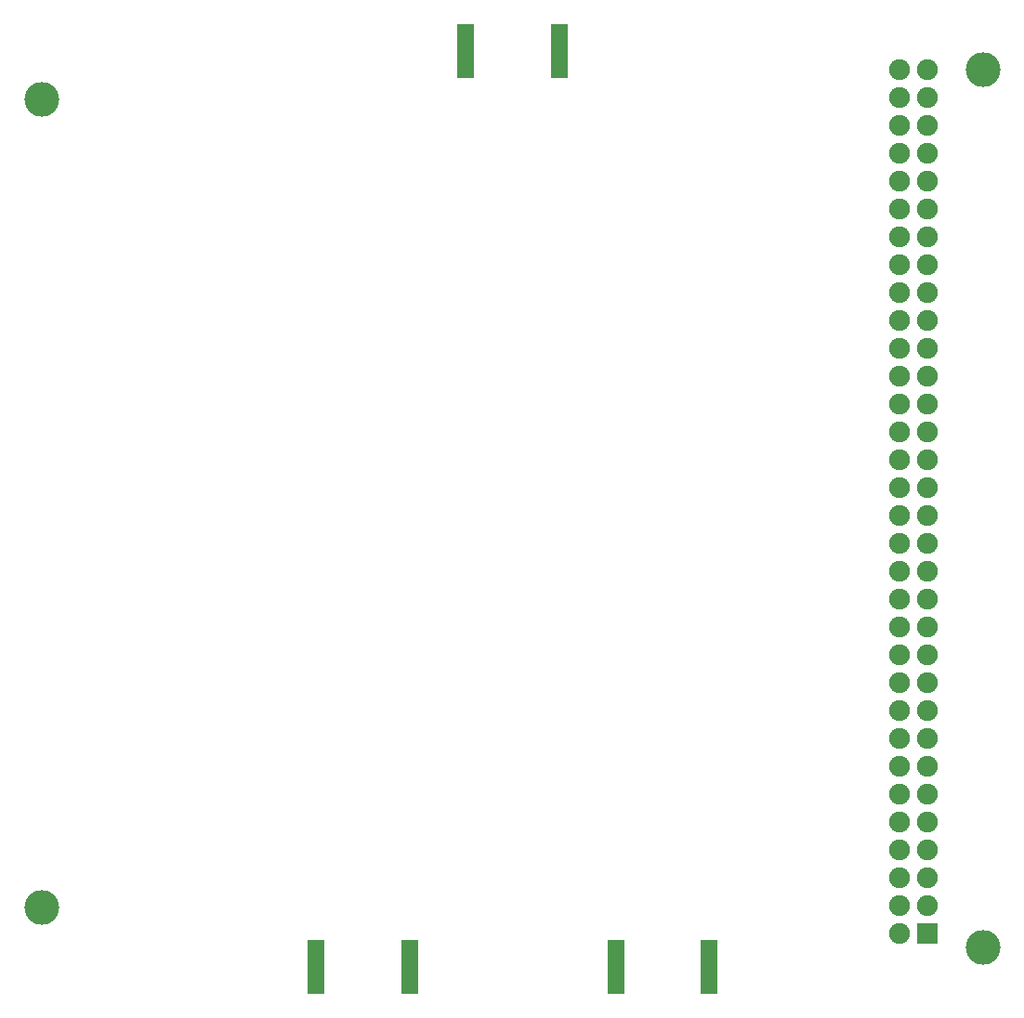
<source format=gbr>
G04 DipTrace 3.3.1.3*
G04 BottomMask.gbr*
%MOIN*%
G04 #@! TF.FileFunction,Soldermask,Bot*
G04 #@! TF.Part,Single*
%ADD25C,0.125*%
%ADD34C,0.074809*%
%ADD36R,0.074809X0.074809*%
%ADD40R,0.06103X0.193707*%
%FSLAX26Y26*%
G04*
G70*
G90*
G75*
G01*
G04 BotMask*
%LPD*%
D25*
X595214Y3638759D3*
Y738759D3*
X3970214Y595008D3*
Y3745010D3*
D40*
X2654318Y526259D3*
X2988964D3*
X2451464Y3813759D3*
X2116818D3*
D36*
X3770214Y645010D3*
D34*
X3670214D3*
X3770214Y745010D3*
X3670214D3*
X3770214Y845010D3*
X3670214D3*
X3770214Y945010D3*
X3670214D3*
X3770214Y1045010D3*
X3670214D3*
X3770214Y1145010D3*
X3670214D3*
X3770214Y1245010D3*
X3670214D3*
X3770214Y1345010D3*
X3670214D3*
X3770214Y1445010D3*
X3670214D3*
X3770214Y1545010D3*
X3670214D3*
X3770214Y1645010D3*
X3670214D3*
X3770214Y1745010D3*
X3670214D3*
X3770214Y1845010D3*
X3670214D3*
X3770214Y1945010D3*
X3670214D3*
X3770214Y2045010D3*
X3670214D3*
X3770214Y2145010D3*
X3670214D3*
X3770214Y2245010D3*
X3670214D3*
X3770214Y2345010D3*
X3670214D3*
X3770214Y2445010D3*
X3670214D3*
X3770214Y2545010D3*
X3670214D3*
X3770214Y2645010D3*
X3670214D3*
X3770214Y2745010D3*
X3670214D3*
X3770214Y2845010D3*
X3670214D3*
X3770214Y2945010D3*
X3670214D3*
X3770214Y3045010D3*
X3670214D3*
X3770214Y3145010D3*
X3670214D3*
X3770214Y3245010D3*
X3670214D3*
X3770214Y3345010D3*
X3670214D3*
X3770214Y3445010D3*
X3670214D3*
X3770214Y3545010D3*
X3670214D3*
X3770214Y3645010D3*
X3670214D3*
X3770214Y3745010D3*
X3670214D3*
D40*
X1579318Y526259D3*
X1913964D3*
M02*

</source>
